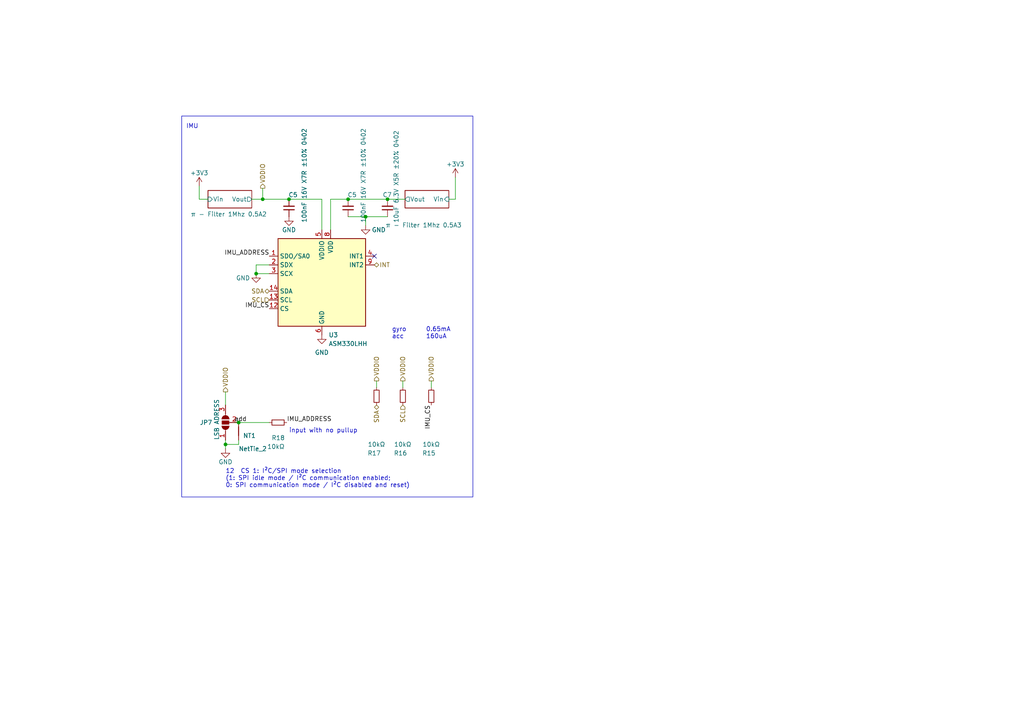
<source format=kicad_sch>
(kicad_sch (version 20230121) (generator eeschema)
  (paper "A4")
  (lib_symbols
    (symbol "Device:C_Small" (pin_numbers hide) (pin_names (offset 0.254) hide)
      (property "Reference" "C" (at 0.254 1.778 0))
      (property "Value" "C_Small" (at 0.254 -2.032 0))
      (symbol "C_Small_0_1"
        (polyline (pts (xy -1.524 -0.508) (xy 1.524 -0.508)) (stroke (width 0.3302)))
        (polyline (pts (xy -1.524 0.508) (xy 1.524 0.508)) (stroke (width 0.3048)))
      )
      (symbol "C_Small_1_1"
        (pin passive line (at 0 2.54 270) (length 2.032) (name "~") (number "1"))
        (pin passive line (at 0 -2.54 90) (length 2.032) (name "~") (number "2"))
      )
    )
    (symbol "Device:NetTie_2" (pin_numbers hide) (pin_names (offset 0) hide) (in_bom no)
      (property "Reference" "NT" (at 0 1.27 0))
      (property "Value" "NetTie_2" (at 0 -1.27 0))
      (symbol "NetTie_2_0_1"
        (polyline (pts (xy -1.27 0) (xy 1.27 0)) (stroke (width 0.254)))
      )
      (symbol "NetTie_2_1_1"
        (pin passive line (at -2.54 0 0) (length 2.54) (name "1") (number "1"))
        (pin passive line (at 2.54 0 180) (length 2.54) (name "2") (number "2"))
      )
    )
    (symbol "Device:R_Small" (pin_numbers hide) (pin_names (offset 0.254) hide)
      (property "Reference" "R" (at 0.762 0.508 0))
      (property "Value" "R_Small" (at 0.762 -1.016 0))
      (symbol "R_Small_0_1"
        (rectangle (start -0.762 1.778) (end 0.762 -1.778) (stroke (width 0.2032)))
      )
      (symbol "R_Small_1_1"
        (pin passive line (at 0 2.54 270) (length 0.762) (name "~") (number "1"))
        (pin passive line (at 0 -2.54 90) (length 0.762) (name "~") (number "2"))
      )
    )
    (symbol "Jumper:SolderJumper_3_Open" (pin_names (offset 0) hide)
      (property "Reference" "JP" (at -2.54 -2.54 0))
      (property "Value" "SolderJumper_3_Open" (at 0 2.794 0))
      (symbol "SolderJumper_3_Open_0_1"
        (arc (start -1.016 1.016) (mid -2.0276 0) (end -1.016 -1.016))
        (arc (start -1.016 1.016) (mid -2.0276 0) (end -1.016 -1.016) (fill (type outline)))
        (rectangle (start -0.508 1.016) (end 0.508 -1.016) (fill (type outline)))
        (polyline (pts (xy -2.54 0) (xy -2.032 0)))
        (polyline (pts (xy -1.016 1.016) (xy -1.016 -1.016)))
        (polyline (pts (xy 0 -1.27) (xy 0 -1.016)))
        (polyline (pts (xy 1.016 1.016) (xy 1.016 -1.016)))
        (polyline (pts (xy 2.54 0) (xy 2.032 0)))
        (arc (start 1.016 -1.016) (mid 2.0276 0) (end 1.016 1.016))
        (arc (start 1.016 -1.016) (mid 2.0276 0) (end 1.016 1.016) (fill (type outline)))
      )
      (symbol "SolderJumper_3_Open_1_1"
        (pin passive line (at -5.08 0 0) (length 2.54) (name "A") (number "1"))
        (pin passive line (at 0 -3.81 90) (length 2.54) (name "C") (number "2"))
        (pin passive line (at 5.08 0 180) (length 2.54) (name "B") (number "3"))
      )
    )
    (symbol "Sensor_Motion:LSM6DSL"
      (property "Reference" "U" (at -11.43 15.24 0))
      (property "Value" "LSM6DSL" (at -11.43 12.7 0))
      (symbol "LSM6DSL_0_1"
        (rectangle (start -12.7 12.7) (end 12.7 -12.7) (stroke (width 0.254)) (fill (type background)))
      )
      (symbol "LSM6DSL_1_1"
        (pin bidirectional line (at -15.24 7.62 0) (length 2.54) (name "SDO/SA0") (number "1"))
        (pin no_connect line (at 12.7 -5.08 180) (length 3.81) hide (name "NC") (number "10"))
        (pin no_connect line (at 12.7 -2.54 180) (length 3.81) hide (name "NC") (number "11"))
        (pin input line (at -15.24 -7.62 0) (length 2.54) (name "CS") (number "12"))
        (pin input line (at -15.24 -5.08 0) (length 2.54) (name "SCL") (number "13"))
        (pin bidirectional line (at -15.24 -2.54 0) (length 2.54) (name "SDA") (number "14"))
        (pin bidirectional line (at -15.24 5.08 0) (length 2.54) (name "SDX") (number "2"))
        (pin input line (at -15.24 2.54 0) (length 2.54) (name "SCX") (number "3"))
        (pin output line (at 15.24 7.62 180) (length 2.54) (name "INT1") (number "4"))
        (pin power_in line (at 0 15.24 270) (length 2.54) (name "VDDIO") (number "5"))
        (pin power_in line (at 0 -15.24 90) (length 2.54) (name "GND") (number "6"))
        (pin passive line (at 0 -15.24 90) (length 2.54) hide (name "GND") (number "7"))
        (pin power_in line (at 2.54 15.24 270) (length 2.54) (name "VDD") (number "8"))
        (pin output line (at 15.24 5.08 180) (length 2.54) (name "INT2") (number "9"))
      )
    )
    (symbol "power:+3V3" (power) (pin_names (offset 0))
      (property "Value" "+3V3" (at 0 3.556 0))
      (symbol "+3V3_0_1"
        (polyline (pts (xy -0.762 1.27) (xy 0 2.54)))
        (polyline (pts (xy 0 0) (xy 0 2.54)))
        (polyline (pts (xy 0 2.54) (xy 0.762 1.27)))
      )
      (symbol "+3V3_1_1"
        (pin power_in line (at 0 0 90) (length 0) hide (name "+3V3") (number "1"))
      )
    )
    (symbol "power:GND" (power) (pin_names (offset 0))
      (property "Value" "GND" (at 0 -3.81 0))
      (symbol "GND_0_1"
        (polyline (pts (xy 0 0) (xy 0 -1.27) (xy 1.27 -1.27) (xy 0 -2.54) (xy -1.27 -1.27) (xy 0 -1.27)))
      )
      (symbol "GND_1_1"
        (pin power_in line (at 0 0 270) (length 0) hide (name "GND") (number "1"))
      )
    )
  )
  (junction (at 76.2 57.785))
  (junction (at 69.215 122.555))
  (junction (at 100.965 57.785))
  (junction (at 106.045 62.865))
  (junction (at 83.82 57.785))
  (junction (at 74.295 79.375))
  (junction (at 112.395 57.785))
  (junction (at 65.405 128.905))
  (no_connect (at 108.585 74.295))
  (wire (pts (xy 74.295 79.375) (xy 78.105 79.375)))
  (wire (pts (xy 106.045 62.865) (xy 112.395 62.865)))
  (wire (pts (xy 69.215 122.555) (xy 67.945 122.555)))
  (wire (pts (xy 116.84 110.49) (xy 116.84 112.395)))
  (wire (pts (xy 106.045 62.865) (xy 100.965 62.865)))
  (wire (pts (xy 57.785 53.975) (xy 57.785 57.785)))
  (wire (pts (xy 125.095 110.49) (xy 125.095 112.395)))
  (wire (pts (xy 65.405 130.175) (xy 65.405 128.905)))
  (wire (pts (xy 132.08 51.435) (xy 132.08 57.785)))
  (wire (pts (xy 73.025 57.785) (xy 76.2 57.785)))
  (wire (pts (xy 57.785 57.785) (xy 60.325 57.785)))
  (wire (pts (xy 76.2 54.61) (xy 76.2 57.785)))
  (wire (pts (xy 76.2 57.785) (xy 83.82 57.785)))
  (wire (pts (xy 65.405 113.665) (xy 65.405 117.475)))
  (wire (pts (xy 100.965 57.785) (xy 112.395 57.785)))
  (wire (pts (xy 69.215 128.905) (xy 69.215 127.635)))
  (wire (pts (xy 109.22 110.49) (xy 109.22 112.395)))
  (wire (pts (xy 74.295 76.835) (xy 74.295 79.375)))
  (wire (pts (xy 83.82 57.785) (xy 93.345 57.785)))
  (wire (pts (xy 112.395 57.785) (xy 117.475 57.785)))
  (wire (pts (xy 93.345 66.675) (xy 93.345 57.785)))
  (wire (pts (xy 78.105 122.555) (xy 69.215 122.555)))
  (wire (pts (xy 132.08 57.785) (xy 130.175 57.785)))
  (wire (pts (xy 95.885 57.785) (xy 100.965 57.785)))
  (wire (pts (xy 78.105 76.835) (xy 74.295 76.835)))
  (wire (pts (xy 65.405 128.905) (xy 65.405 127.635)))
  (wire (pts (xy 65.405 128.905) (xy 69.215 128.905)))
  (wire (pts (xy 95.885 57.785) (xy 95.885 66.675)))
  (wire (pts (xy 106.045 65.405) (xy 106.045 62.865)))
  (rectangle (start 52.705 33.655) (end 137.16 144.145))
  (text "IMU" (at 53.975 37.465 0) (effects (font (size 1.27 1.27)) (justify left bottom)))
  (text "input with no pullup" (at 83.82 125.73 0) (effects (font (size 1.27 1.27)) (justify left bottom)))
  (text "gyro 	0.65mA \nacc		160uA" (at 113.665 98.425 0) (effects (font (size 1.27 1.27)) (justify left bottom)))
  (text "12  CS 1: I²C/SPI mode selection\n(1: SPI idle mode / I²C communication enabled;\n0: SPI communication mode / I²C disabled and reset)\n" (at 65.405 141.605 0) (effects (font (size 1.27 1.27)) (justify left bottom)))
  (label "add" (at 67.945 122.555 0))
  (label "IMU_ADDRESS" (at 83.185 122.555 0))
  (label "IMU_ADDRESS" (at 78.105 74.295 180))
  (label "IMU_CS" (at 78.105 89.535 180))
  (label "IMU_CS" (at 125.095 117.475 270))
  (hierarchical_label "INT" (shape bidirectional) (at 108.585 76.835 0))
  (hierarchical_label "SDA" (shape bidirectional) (at 78.105 84.455 180))
  (hierarchical_label "SDA" (shape bidirectional) (at 109.22 117.475 270))
  (hierarchical_label "VDDIO" (shape output) (at 76.2 54.61 90))
  (hierarchical_label "VDDIO" (shape output) (at 116.84 110.49 90))
  (hierarchical_label "VDDIO" (shape output) (at 65.405 113.665 90))
  (hierarchical_label "SCL" (shape input) (at 116.84 117.475 270))
  (hierarchical_label "VDDIO" (shape output) (at 125.095 110.49 90))
  (hierarchical_label "VDDIO" (shape output) (at 109.22 110.49 90))
  (hierarchical_label "SCL" (shape input) (at 78.105 86.995 180))
  (symbol (lib_id "Device:R_Small") (at 125.095 114.935 180) (unit 1)
    (property "Reference" "R15" (at 126.365 131.445 0) (effects (justify left)))
    (property "Value" "10kΩ" (at 127.635 128.905 0) (effects (justify left)))
    (property "Footprint" "Resistor_SMD:R_0402_1005Metric" (effects hide))
    (instances (project "centaurIMU" (path "" (reference "R15") (unit 1)) (path "" (reference "R18") (unit 1))) (project "centaurPCB" (path "" (reference "R1") (unit 1)) (path "" (reference "R15") (unit 1)) (path "" (reference "R21") (unit 1)) (path "" (reference "R19") (unit 1)) (path "" (reference "R28") (unit 1)) (path "" (reference "R19") (unit 1)) (path "" (reference "R50") (unit 1))))
  )
  (symbol (lib_id "Device:NetTie_2") (at 69.215 125.095 90) (unit 1) (in_bom no)
    (property "Reference" "NT1" (at 70.485 126.365 90) (effects (justify right)))
    (property "Value" "NetTie_2" (at 69.215 130.175 90) (effects (justify right)))
    (property "Footprint" "NetTie:NetTie-2_SMD_Pad0.5mm" (effects hide))
    (property "Sim.Enable" "0" (effects hide))
  )
  (symbol (lib_id "power:GND") (at 83.82 62.865 0) (unit 1)
    (property "Reference" "#PWR031" (effects hide))
    (property "Value" "GND" (at 83.82 66.675 0))
    (instances (project "centaurIMU" (path "" (reference "#PWR031") (unit 1)) (path "" (reference "#PWR0501") (unit 1))) (project "centaurPCB" (path "" (reference "#PWR018") (unit 1)) (path "" (reference "#PWR087") (unit 1)) (path "" (reference "#PWR0136") (unit 1)) (path "" (reference "#PWR093") (unit 1)) (path "" (reference "#PWR0198") (unit 1))))
  )
  (symbol (lib_id "power:+3V3") (at 57.785 53.975 0) (unit 1)
    (property "Reference" "#PWR025" (effects hide))
    (property "Value" "+3V3" (at 57.785 50.165 0))
    (instances (project "centaurIMU" (path "" (reference "#PWR025") (unit 1)) (path "" (reference "#PWR029") (unit 1))) (project "centaurPCB" (path "" (reference "#PWR0196") (unit 1)) (path "" (reference "#PWR0199") (unit 1)) (path "" (reference "#PWR054") (unit 1)) (path "" (reference "#PWR079") (unit 1))))
  )
  (symbol (lib_id "Device:C_Small") (at 112.395 60.325 180) (unit 1)
    (property "Reference" "C7" (at 113.665 56.515 0) (effects (justify left)))
    (property "Value" "10uF 6.3V X5R ±20% 0402 " (at 114.935 36.83 90) (effects (justify left)))
    (property "Footprint" "Capacitor_SMD:C_0402_1005Metric" (effects hide))
    (instances (project "centaurIMU" (path "" (reference "C7") (unit 1)) (path "" (reference "C15") (unit 1))) (project "centaurPCB" (path "" (reference "C3") (unit 1)) (path "" (reference "C25") (unit 1)) (path "" (reference "C32") (unit 1)) (path "" (reference "C49") (unit 1)) (path "" (reference "C40") (unit 1)) (path "" (reference "C75") (unit 1))))
  )
  (symbol (lib_id "power:GND") (at 93.345 97.155 0) (unit 1)
    (property "Reference" "#PWR029" (effects hide))
    (property "Value" "GND" (at 93.345 102.235 0))
    (instances (project "centaurIMU" (path "" (reference "#PWR029") (unit 1)) (path "" (reference "#PWR032") (unit 1))) (project "centaurPCB" (path "" (reference "#PWR016") (unit 1)) (path "" (reference "#PWR082") (unit 1)) (path "" (reference "#PWR0131") (unit 1)) (path "" (reference "#PWR087") (unit 1)) (path "" (reference "#PWR0194") (unit 1))))
  )
  (symbol (lib_id "Device:C_Small") (at 83.82 60.325 180) (unit 1)
    (property "Reference" "C5" (at 86.36 56.515 0) (effects (justify left)))
    (property "Value" "100nF 16V X7R ±10% 0402 " (at 88.265 36.195 90) (effects (justify left)))
    (property "Footprint" "Capacitor_SMD:C_0402_1005Metric" (effects hide))
    (instances (project "centaurIMU" (path "" (reference "C5") (unit 1)) (path "" (reference "C501") (unit 1))) (project "centaurPCB" (path "" (reference "C3") (unit 1)) (path "" (reference "C25") (unit 1)) (path "" (reference "C30") (unit 1)) (path "" (reference "C47") (unit 1)) (path "" (reference "C36") (unit 1)) (path "" (reference "C72") (unit 1))))
  )
  (symbol (lib_id "power:GND") (at 65.405 130.175 0) (unit 1)
    (property "Reference" "#PWR023" (effects hide))
    (property "Value" "GND" (at 65.405 133.985 0))
    (instances (project "centaurIMU" (path "" (reference "#PWR023") (unit 1)) (path "" (reference "#PWR028") (unit 1))) (project "centaurPCB" (path "" (reference "#PWR018") (unit 1)) (path "" (reference "#PWR070") (unit 1)) (path "" (reference "#PWR0119") (unit 1)) (path "" (reference "#PWR072") (unit 1)) (path "" (reference "#PWR0135") (unit 1))))
  )
  (symbol (lib_id "Device:R_Small") (at 80.645 122.555 270) (unit 1)
    (property "Reference" "R18" (at 78.74 127 90) (effects (justify left)))
    (property "Value" "10kΩ" (at 77.47 129.54 90) (effects (justify left)))
    (property "Footprint" "Resistor_SMD:R_0402_1005Metric" (effects hide))
    (instances (project "centaurIMU" (path "" (reference "R18") (unit 1)) (path "" (reference "R15") (unit 1))) (project "centaurPCB" (path "" (reference "R1") (unit 1)) (path "" (reference "R15") (unit 1)) (path "" (reference "R21") (unit 1)) (path "" (reference "R19") (unit 1)) (path "" (reference "R28") (unit 1)) (path "" (reference "R19") (unit 1)) (path "" (reference "R50") (unit 1))))
  )
  (symbol (lib_id "power:+3V3") (at 132.08 51.435 0) (unit 1)
    (property "Reference" "#PWR051" (effects hide))
    (property "Value" "+3V3" (at 132.08 47.625 0))
    (instances (project "centaurIMU" (path "" (reference "#PWR051") (unit 1)) (path "" (reference "#PWR050") (unit 1))) (project "centaurPCB" (path "" (reference "#PWR0196") (unit 1)) (path "" (reference "#PWR0199") (unit 1)) (path "" (reference "#PWR075") (unit 1)) (path "" (reference "#PWR0180") (unit 1))))
  )
  (symbol (lib_id "power:GND") (at 74.295 79.375 0) (unit 1)
    (property "Reference" "#PWR027" (effects hide))
    (property "Value" "GND" (at 70.485 80.645 0))
    (instances (project "centaurIMU" (path "" (reference "#PWR027") (unit 1)) (path "" (reference "#PWR030") (unit 1))) (project "centaurPCB" (path "" (reference "#PWR018") (unit 1)) (path "" (reference "#PWR073") (unit 1)) (path "" (reference "#PWR0122") (unit 1)) (path "" (reference "#PWR077") (unit 1)) (path "" (reference "#PWR0187") (unit 1))))
  )
  (symbol (lib_id "Sensor_Motion:LSM6DSL") (at 93.345 81.915 0) (unit 1)
    (property "Reference" "U3" (at 95.3009 97.155 0) (effects (justify left)))
    (property "Value" "ASM330LHH" (at 95.3009 99.695 0) (effects (justify left)))
    (property "Footprint" "Package_LGA:LGA-14_3x2.5mm_P0.5mm_LayoutBorder3x4y" (effects hide))
    (property "Datasheet" "https://www.st.com/resource/en/datasheet/lsm6dsl.pdf" (effects hide))
    (instances (project "centaurIMU" (path "" (reference "U3") (unit 1)) (path "" (reference "U3") (unit 1))) (project "centaurPCB" (path "" (reference "U3") (unit 1)) (path "" (reference "U15") (unit 1)) (path "" (reference "U24") (unit 1)) (path "" (reference "U11") (unit 1)) (path "" (reference "U14") (unit 1))))
  )
  (symbol (lib_id "power:GND") (at 106.045 65.405 0) (unit 1)
    (property "Reference" "#PWR031" (effects hide))
    (property "Value" "GND" (at 109.855 66.675 0))
    (instances (project "centaurIMU" (path "" (reference "#PWR031") (unit 1)) (path "" (reference "#PWR037") (unit 1))) (project "centaurPCB" (path "" (reference "#PWR018") (unit 1)) (path "" (reference "#PWR087") (unit 1)) (path "" (reference "#PWR0136") (unit 1)) (path "" (reference "#PWR093") (unit 1)) (path "" (reference "#PWR0198") (unit 1))))
  )
  (symbol (lib_id "Device:R_Small") (at 116.84 114.935 180) (unit 1)
    (property "Reference" "R16" (at 118.11 131.445 0) (effects (justify left)))
    (property "Value" "10kΩ" (at 119.38 128.905 0) (effects (justify left)))
    (property "Footprint" "Resistor_SMD:R_0402_1005Metric" (effects hide))
    (instances (project "centaurIMU" (path "" (reference "R16") (unit 1)) (path "" (reference "R17") (unit 1))) (project "centaurPCB" (path "" (reference "R1") (unit 1)) (path "" (reference "R15") (unit 1)) (path "" (reference "R21") (unit 1)) (path "" (reference "R19") (unit 1)) (path "" (reference "R28") (unit 1)) (path "" (reference "R19") (unit 1)) (path "" (reference "R50") (unit 1))))
  )
  (symbol (lib_id "Jumper:SolderJumper_3_Open") (at 65.405 122.555 90) (unit 1) (in_bom no)
    (property "Reference" "JP7" (at 61.595 122.555 90) (effects (justify left)))
    (property "Value" "LSB ADRESS" (at 62.865 127.635 0) (effects (justify left)))
    (property "Footprint" "Jumper:SolderJumper-3_P1.3mm_Open_RoundedPad1.0x1.5mm" (effects hide))
    (property "Sim.Enable" "0" (effects hide))
    (instances (project "centaurIMU" (path "" (reference "JP7") (unit 1)) (path "" (reference "JP1") (unit 1))) (project "centaurPCB" (path "" (reference "JP4") (unit 1)) (path "" (reference "JP1") (unit 1)) (path "" (reference "JP2") (unit 1)) (path "" (reference "JP1") (unit 1)) (path "" (reference "JP9") (unit 1))))
  )
  (symbol (lib_id "Device:R_Small") (at 109.22 114.935 180) (unit 1)
    (property "Reference" "R17" (at 110.49 131.445 0) (effects (justify left)))
    (property "Value" "10kΩ" (at 111.76 128.905 0) (effects (justify left)))
    (property "Footprint" "Resistor_SMD:R_0402_1005Metric" (effects hide))
    (instances (project "centaurIMU" (path "" (reference "R17") (unit 1)) (path "" (reference "R16") (unit 1))) (project "centaurPCB" (path "" (reference "R1") (unit 1)) (path "" (reference "R15") (unit 1)) (path "" (reference "R21") (unit 1)) (path "" (reference "R19") (unit 1)) (path "" (reference "R28") (unit 1)) (path "" (reference "R19") (unit 1)) (path "" (reference "R50") (unit 1))))
  )
  (symbol (lib_id "Device:C_Small") (at 100.965 60.325 180) (unit 1)
    (property "Reference" "C5" (at 103.505 56.515 0) (effects (justify left)))
    (property "Value" "100nF 16V X7R ±10% 0402 " (at 105.41 36.195 90) (effects (justify left)))
    (property "Footprint" "Capacitor_SMD:C_0402_1005Metric" (effects hide))
    (instances (project "centaurIMU" (path "" (reference "C5") (unit 1)) (path "" (reference "C14") (unit 1))) (project "centaurPCB" (path "" (reference "C3") (unit 1)) (path "" (reference "C25") (unit 1)) (path "" (reference "C30") (unit 1)) (path "" (reference "C47") (unit 1)) (path "" (reference "C36") (unit 1)) (path "" (reference "C72") (unit 1))))
  )
  (sheet (at 60.325 55.245) (size 12.7 5.08) (stroke (width 0.1524))
    (property "Sheetname" "π - Filter 1Mhz 0.5A2" (at 55.245 62.865 0) (effects (justify left bottom)))
    (property "Sheetfile" "piFilter1Mhz0.5A.kicad_sch" (effects hide))
    (pin "Vin" input (at 60.325 57.785 180))
    (pin "Vout" output (at 73.025 57.785 0))
  )
  (sheet (at 117.475 55.245) (size 12.7 5.08) (stroke (width 0.1524))
    (property "Sheetname" "π - Filter 1Mhz 0.5A3" (at 111.76 66.04 0) (effects (justify left bottom)))
    (property "Sheetfile" "piFilter1Mhz0.5A.kicad_sch" (effects hide))
    (pin "Vin" input (at 130.175 57.785 0))
    (pin "Vout" output (at 117.475 57.785 180))
  )
)
</source>
